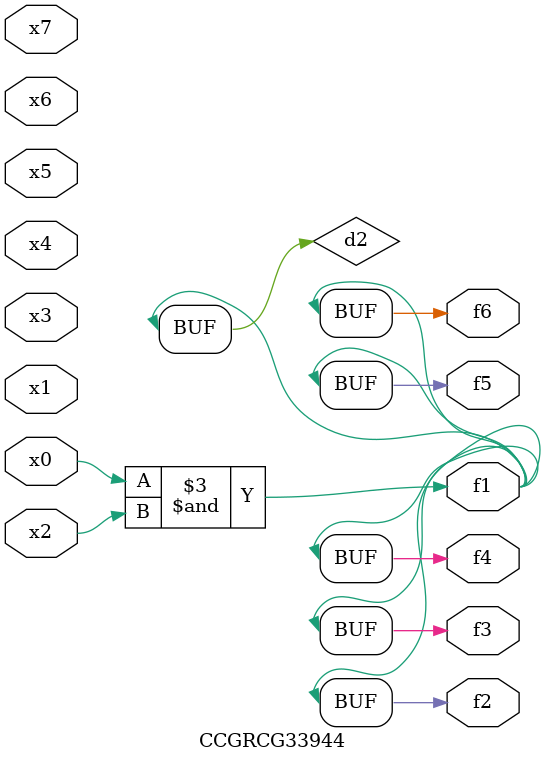
<source format=v>
module CCGRCG33944(
	input x0, x1, x2, x3, x4, x5, x6, x7,
	output f1, f2, f3, f4, f5, f6
);

	wire d1, d2;

	nor (d1, x3, x6);
	and (d2, x0, x2);
	assign f1 = d2;
	assign f2 = d2;
	assign f3 = d2;
	assign f4 = d2;
	assign f5 = d2;
	assign f6 = d2;
endmodule

</source>
